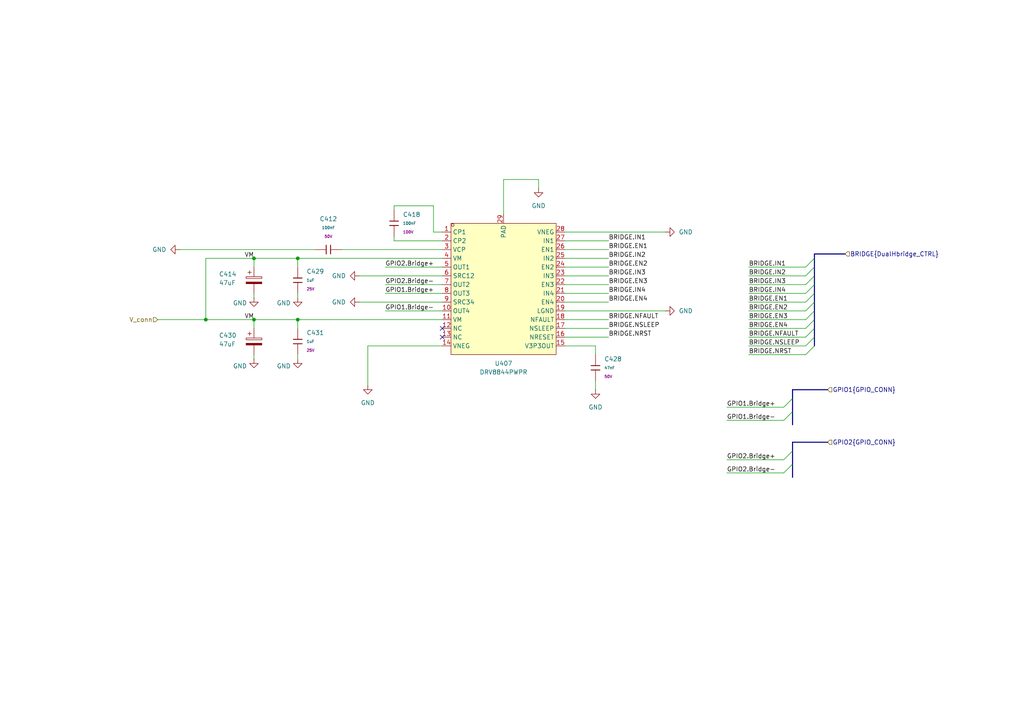
<source format=kicad_sch>
(kicad_sch (version 20250114) (generator "eeschema") (generator_version "9.0")
  (paper "A4")
  (lib_symbols
    (symbol "0402,100nF,(2)_1" (pin_numbers (hide yes)) (pin_names (offset 0))
      (property "Reference" "C" (at 2.032 1.668 0))
      (property "Value" "100nF" (at 2.032 -0.3782 0))
      (property "Voltage Rated" "50V" (at 2.032 -2.0462 0))
      (symbol "0402,100nF,(2)_1_0_1"
        (polyline (pts (xy -1.27 0.635) (xy 1.27 0.635)) (stroke (width 0.254)))
        (polyline (pts (xy -1.27 -0.635) (xy 1.27 -0.635)) (stroke (width 0.254)))
      )
      (symbol "0402,100nF,(2)_1_1_1"
        (pin passive line (at 0 3.81 270) (length 3.175) (name "~") (number "1"))
        (pin passive line (at 0 -3.81 90) (length 3.175) (name "~") (number "2"))
      )
    )
    (symbol "DRV8844:DRV8844PWPR"
      (property "Reference" "U" (at 0 26.67 0))
      (property "Value" "DRV8844PWPR" (at 0 -21.59 0))
      (symbol "DRV8844PWPR_0_1"
        (rectangle (start -15.24 19.05) (end 15.24 -19.05) (fill (type background)))
        (circle (center -14.73 18.54) (radius 0.38))
        (pin unspecified line (at -17.78 16.51 0) (length 2.54) (name "CP1") (number "1"))
        (pin unspecified line (at -17.78 13.97 0) (length 2.54) (name "CP2") (number "2"))
        (pin unspecified line (at -17.78 11.43 0) (length 2.54) (name "VCP") (number "3"))
        (pin unspecified line (at -17.78 8.89 0) (length 2.54) (name "VM") (number "4"))
        (pin unspecified line (at -17.78 6.35 0) (length 2.54) (name "OUT1") (number "5"))
        (pin unspecified line (at -17.78 3.81 0) (length 2.54) (name "SRC12") (number "6"))
        (pin unspecified line (at -17.78 1.27 0) (length 2.54) (name "OUT2") (number "7"))
        (pin unspecified line (at -17.78 -1.27 0) (length 2.54) (name "OUT3") (number "8"))
        (pin unspecified line (at -17.78 -3.81 0) (length 2.54) (name "SRC34") (number "9"))
        (pin unspecified line (at -17.78 -6.35 0) (length 2.54) (name "OUT4") (number "10"))
        (pin unspecified line (at -17.78 -8.89 0) (length 2.54) (name "VM") (number "11"))
        (pin unspecified line (at -17.78 -11.43 0) (length 2.54) (name "NC") (number "12"))
        (pin unspecified line (at -17.78 -13.97 0) (length 2.54) (name "NC") (number "13"))
        (pin unspecified line (at -17.78 -16.51 0) (length 2.54) (name "VNEG") (number "14"))
        (pin unspecified line (at 0 21.59 270) (length 2.54) (name "PAD") (number "29"))
        (pin unspecified line (at 17.78 16.51 180) (length 2.54) (name "VNEG") (number "28"))
        (pin unspecified line (at 17.78 13.97 180) (length 2.54) (name "IN1") (number "27"))
        (pin unspecified line (at 17.78 11.43 180) (length 2.54) (name "EN1") (number "26"))
        (pin unspecified line (at 17.78 8.89 180) (length 2.54) (name "IN2") (number "25"))
        (pin unspecified line (at 17.78 6.35 180) (length 2.54) (name "EN2") (number "24"))
        (pin unspecified line (at 17.78 3.81 180) (length 2.54) (name "IN3") (number "23"))
        (pin unspecified line (at 17.78 1.27 180) (length 2.54) (name "EN3") (number "22"))
        (pin unspecified line (at 17.78 -1.27 180) (length 2.54) (name "IN4") (number "21"))
        (pin unspecified line (at 17.78 -3.81 180) (length 2.54) (name "EN4") (number "20"))
        (pin unspecified line (at 17.78 -6.35 180) (length 2.54) (name "LGND") (number "19"))
        (pin unspecified line (at 17.78 -8.89 180) (length 2.54) (name "NFAULT") (number "18"))
        (pin unspecified line (at 17.78 -11.43 180) (length 2.54) (name "NSLEEP") (number "17"))
        (pin unspecified line (at 17.78 -13.97 180) (length 2.54) (name "NRESET") (number "16"))
        (pin unspecified line (at 17.78 -16.51 180) (length 2.54) (name "V3P3OUT") (number "15"))
      )
    )
    (symbol "Device:C_Polarized" (pin_numbers (hide yes)) (pin_names (offset 0.254))
      (property "Reference" "C" (at 0.635 2.54 0))
      (property "Value" "C_Polarized" (at 0.635 -2.54 0))
      (symbol "C_Polarized_0_1"
        (rectangle (start -2.286 0.508) (end 2.286 1.016))
        (polyline (pts (xy -1.778 2.286) (xy -0.762 2.286)))
        (polyline (pts (xy -1.27 2.794) (xy -1.27 1.778)))
        (rectangle (start 2.286 -0.508) (end -2.286 -1.016) (fill (type outline)))
      )
      (symbol "C_Polarized_1_1"
        (pin passive line (at 0 3.81 270) (length 2.794) (name "~") (number "1"))
        (pin passive line (at 0 -3.81 90) (length 2.794) (name "~") (number "2"))
      )
    )
    (symbol "PCM_JLCPCB-Capacitors:0402,1uF" (pin_numbers (hide yes)) (pin_names (offset 0))
      (property "Reference" "C" (at 2.032 1.668 0))
      (property "Value" "1uF" (at 2.032 -0.3782 0))
      (property "Voltage Rated" "25V" (at 2.032 -2.0462 0))
      (symbol "0402,1uF_0_1"
        (polyline (pts (xy -1.27 0.635) (xy 1.27 0.635)) (stroke (width 0.254)))
        (polyline (pts (xy -1.27 -0.635) (xy 1.27 -0.635)) (stroke (width 0.254)))
      )
      (symbol "0402,1uF_1_1"
        (pin passive line (at 0 3.81 270) (length 3.175) (name "~") (number "1"))
        (pin passive line (at 0 -3.81 90) (length 3.175) (name "~") (number "2"))
      )
    )
    (symbol "PCM_JLCPCB-Capacitors:0603,47nF" (pin_numbers (hide yes)) (pin_names (offset 0))
      (property "Reference" "C" (at 2.032 1.668 0))
      (property "Value" "47nF" (at 2.032 -0.3782 0))
      (property "Voltage Rated" "50V" (at 2.032 -2.0462 0))
      (symbol "0603,47nF_0_1"
        (polyline (pts (xy -1.27 0.635) (xy 1.27 0.635)) (stroke (width 0.254)))
        (polyline (pts (xy -1.27 -0.635) (xy 1.27 -0.635)) (stroke (width 0.254)))
      )
      (symbol "0603,47nF_1_1"
        (pin passive line (at 0 3.81 270) (length 3.175) (name "~") (number "1"))
        (pin passive line (at 0 -3.81 90) (length 3.175) (name "~") (number "2"))
      )
    )
    (symbol "PCM_JLCPCB-Capacitors:0805,100nF" (pin_numbers (hide yes)) (pin_names (offset 0))
      (property "Reference" "C" (at 2.032 1.668 0))
      (property "Value" "100nF" (at 2.032 -0.3782 0))
      (property "Voltage Rated" "100V" (at 2.032 -2.0462 0))
      (symbol "0805,100nF_0_1"
        (polyline (pts (xy -1.27 0.635) (xy 1.27 0.635)) (stroke (width 0.254)))
        (polyline (pts (xy -1.27 -0.635) (xy 1.27 -0.635)) (stroke (width 0.254)))
      )
      (symbol "0805,100nF_1_1"
        (pin passive line (at 0 3.81 270) (length 3.175) (name "~") (number "1"))
        (pin passive line (at 0 -3.81 90) (length 3.175) (name "~") (number "2"))
      )
    )
    (symbol "power:GND" (power) (pin_numbers (hide yes)) (pin_names (offset 0) (hide yes))
      (property "Value" "GND" (at 0 -3.81 0))
      (symbol "GND_0_1"
        (polyline (pts (xy 0 0) (xy 0 -1.27) (xy 1.27 -1.27) (xy 0 -2.54) (xy -1.27 -1.27) (xy 0 -1.27)))
      )
      (symbol "GND_1_1"
        (pin power_in line (at 0 0 270) (length 0) (name "~") (number "1"))
      )
    )
  )
  (junction (at 86.36 92.71))
  (junction (at 86.36 74.93))
  (junction (at 73.66 74.93))
  (junction (at 73.66 92.71))
  (junction (at 59.69 92.71))
  (no_connect (at 128.27 95.25))
  (no_connect (at 128.27 97.79))
  (bus_entry (at 236.22 85.09) (size -2.54 2.54))
  (bus_entry (at 236.22 95.25) (size -2.54 2.54))
  (bus_entry (at 229.87 115.57) (size -2.54 2.54))
  (bus_entry (at 229.87 119.38) (size -2.54 2.54))
  (bus_entry (at 236.22 100.33) (size -2.54 2.54))
  (bus_entry (at 229.87 130.81) (size -2.54 2.54))
  (bus_entry (at 236.22 92.71) (size -2.54 2.54))
  (bus_entry (at 236.22 80.01) (size -2.54 2.54))
  (bus_entry (at 236.22 97.79) (size -2.54 2.54))
  (bus_entry (at 236.22 87.63) (size -2.54 2.54))
  (bus_entry (at 229.87 134.62) (size -2.54 2.54))
  (bus_entry (at 236.22 82.55) (size -2.54 2.54))
  (bus_entry (at 236.22 77.47) (size -2.54 2.54))
  (bus_entry (at 236.22 90.17) (size -2.54 2.54))
  (bus_entry (at 236.22 74.93) (size -2.54 2.54))
  (wire (pts (xy 217.17 102.87) (xy 233.68 102.87)))
  (bus (pts (xy 229.87 128.27) (xy 229.87 130.81)))
  (wire (pts (xy 86.36 92.71) (xy 128.27 92.71)))
  (wire (pts (xy 217.17 80.01) (xy 233.68 80.01)))
  (wire (pts (xy 217.17 82.55) (xy 233.68 82.55)))
  (bus (pts (xy 236.22 87.63) (xy 236.22 90.17)))
  (bus (pts (xy 236.22 92.71) (xy 236.22 95.25)))
  (wire (pts (xy 86.36 74.93) (xy 128.27 74.93)))
  (bus (pts (xy 236.22 82.55) (xy 236.22 85.09)))
  (wire (pts (xy 163.83 90.17) (xy 193.04 90.17)))
  (wire (pts (xy 128.27 67.31) (xy 125.73 67.31)))
  (wire (pts (xy 217.17 90.17) (xy 233.68 90.17)))
  (wire (pts (xy 128.27 90.17) (xy 111.76 90.17)))
  (bus (pts (xy 229.87 134.62) (xy 229.87 138.43)))
  (bus (pts (xy 240.03 113.03) (xy 229.87 113.03)))
  (wire (pts (xy 163.83 95.25) (xy 176.53 95.25)))
  (bus (pts (xy 229.87 130.81) (xy 229.87 134.62)))
  (wire (pts (xy 86.36 102.87) (xy 86.36 104.14)))
  (wire (pts (xy 146.05 52.07) (xy 146.05 62.23)))
  (wire (pts (xy 128.27 69.85) (xy 114.3 69.85)))
  (bus (pts (xy 236.22 95.25) (xy 236.22 97.79)))
  (wire (pts (xy 86.36 92.71) (xy 86.36 95.25)))
  (wire (pts (xy 217.17 100.33) (xy 233.68 100.33)))
  (wire (pts (xy 156.21 52.07) (xy 156.21 54.61)))
  (bus (pts (xy 236.22 85.09) (xy 236.22 87.63)))
  (wire (pts (xy 111.76 82.55) (xy 128.27 82.55)))
  (wire (pts (xy 163.83 80.01) (xy 176.53 80.01)))
  (wire (pts (xy 73.66 77.47) (xy 73.66 74.93)))
  (bus (pts (xy 236.22 77.47) (xy 236.22 80.01)))
  (bus (pts (xy 236.22 74.93) (xy 236.22 77.47)))
  (wire (pts (xy 99.06 72.39) (xy 128.27 72.39)))
  (wire (pts (xy 210.82 133.35) (xy 227.33 133.35)))
  (wire (pts (xy 217.17 85.09) (xy 233.68 85.09)))
  (wire (pts (xy 172.72 113.03) (xy 172.72 110.49)))
  (wire (pts (xy 172.72 102.87) (xy 172.72 100.33)))
  (wire (pts (xy 193.04 67.31) (xy 163.83 67.31)))
  (wire (pts (xy 59.69 92.71) (xy 73.66 92.71)))
  (wire (pts (xy 104.14 80.01) (xy 128.27 80.01)))
  (wire (pts (xy 114.3 69.85) (xy 114.3 68.58)))
  (bus (pts (xy 236.22 97.79) (xy 236.22 100.33)))
  (wire (pts (xy 86.36 74.93) (xy 86.36 77.47)))
  (wire (pts (xy 104.14 87.63) (xy 128.27 87.63)))
  (wire (pts (xy 73.66 95.25) (xy 73.66 92.71)))
  (bus (pts (xy 236.22 73.66) (xy 236.22 74.93)))
  (wire (pts (xy 73.66 102.87) (xy 73.66 104.14)))
  (wire (pts (xy 106.68 100.33) (xy 128.27 100.33)))
  (wire (pts (xy 163.83 85.09) (xy 176.53 85.09)))
  (wire (pts (xy 172.72 100.33) (xy 163.83 100.33)))
  (wire (pts (xy 217.17 77.47) (xy 233.68 77.47)))
  (bus (pts (xy 229.87 113.03) (xy 229.87 115.57)))
  (wire (pts (xy 163.83 77.47) (xy 176.53 77.47)))
  (wire (pts (xy 73.66 85.09) (xy 73.66 86.36)))
  (wire (pts (xy 111.76 77.47) (xy 128.27 77.47)))
  (wire (pts (xy 52.07 72.39) (xy 91.44 72.39)))
  (wire (pts (xy 163.83 74.93) (xy 176.53 74.93)))
  (wire (pts (xy 73.66 92.71) (xy 86.36 92.71)))
  (wire (pts (xy 217.17 92.71) (xy 233.68 92.71)))
  (bus (pts (xy 240.03 128.27) (xy 229.87 128.27)))
  (wire (pts (xy 45.72 92.71) (xy 59.69 92.71)))
  (wire (pts (xy 59.69 74.93) (xy 59.69 92.71)))
  (wire (pts (xy 106.68 111.76) (xy 106.68 100.33)))
  (bus (pts (xy 236.22 80.01) (xy 236.22 82.55)))
  (wire (pts (xy 163.83 92.71) (xy 176.53 92.71)))
  (wire (pts (xy 125.73 67.31) (xy 125.73 59.69)))
  (wire (pts (xy 114.3 59.69) (xy 114.3 60.96)))
  (wire (pts (xy 156.21 52.07) (xy 146.05 52.07)))
  (wire (pts (xy 217.17 87.63) (xy 233.68 87.63)))
  (wire (pts (xy 163.83 69.85) (xy 176.53 69.85)))
  (wire (pts (xy 163.83 97.79) (xy 176.53 97.79)))
  (wire (pts (xy 73.66 74.93) (xy 59.69 74.93)))
  (bus (pts (xy 236.22 90.17) (xy 236.22 92.71)))
  (bus (pts (xy 245.11 73.66) (xy 236.22 73.66)))
  (wire (pts (xy 163.83 72.39) (xy 176.53 72.39)))
  (wire (pts (xy 210.82 137.16) (xy 227.33 137.16)))
  (wire (pts (xy 210.82 121.92) (xy 227.33 121.92)))
  (wire (pts (xy 86.36 85.09) (xy 86.36 86.36)))
  (wire (pts (xy 128.27 85.09) (xy 111.76 85.09)))
  (bus (pts (xy 229.87 115.57) (xy 229.87 119.38)))
  (wire (pts (xy 163.83 87.63) (xy 176.53 87.63)))
  (wire (pts (xy 217.17 95.25) (xy 233.68 95.25)))
  (wire (pts (xy 217.17 97.79) (xy 233.68 97.79)))
  (wire (pts (xy 73.66 74.93) (xy 86.36 74.93)))
  (wire (pts (xy 210.82 118.11) (xy 227.33 118.11)))
  (wire (pts (xy 163.83 82.55) (xy 176.53 82.55)))
  (wire (pts (xy 125.73 59.69) (xy 114.3 59.69)))
  (bus (pts (xy 229.87 119.38) (xy 229.87 123.19)))
  (label "BRIDGE.NSLEEP" (at 176.53 95.25 0))
  (label "BRIDGE.IN3" (at 217.17 82.55 0))
  (label "BRIDGE.EN3" (at 217.17 92.71 0))
  (label "BRIDGE.NRST" (at 176.53 97.79 0))
  (label "BRIDGE.EN1" (at 176.53 72.39 0))
  (label "GPIO1.Bridge+" (at 111.76 85.09 0))
  (label "BRIDGE.EN2" (at 176.53 77.47 0))
  (label "BRIDGE.NRST" (at 217.17 102.87 0))
  (label "GPIO1.Bridge-" (at 210.82 121.92 0))
  (label "BRIDGE.IN2" (at 217.17 80.01 0))
  (label "BRIDGE.EN3" (at 176.53 82.55 0))
  (label "VM" (at 73.66 74.93 180))
  (label "GPIO2.Bridge+" (at 210.82 133.35 0))
  (label "BRIDGE.IN3" (at 176.53 80.01 0))
  (label "BRIDGE.IN4" (at 217.17 85.09 0))
  (label "GPIO2.Bridge-" (at 111.76 82.55 0))
  (label "GPIO2.Bridge-" (at 210.82 137.16 0))
  (label "VM" (at 73.66 92.71 180))
  (label "BRIDGE.EN4" (at 217.17 95.25 0))
  (label "BRIDGE.EN2" (at 217.17 90.17 0))
  (label "BRIDGE.EN4" (at 176.53 87.63 0))
  (label "BRIDGE.IN4" (at 176.53 85.09 0))
  (label "BRIDGE.NSLEEP" (at 217.17 100.33 0))
  (label "BRIDGE.EN1" (at 217.17 87.63 0))
  (label "GPIO1.Bridge+" (at 210.82 118.11 0))
  (label "GPIO1.Bridge-" (at 111.76 90.17 0))
  (label "BRIDGE.NFAULT" (at 176.53 92.71 0))
  (label "BRIDGE.IN2" (at 176.53 74.93 0))
  (label "GPIO2.Bridge+" (at 111.76 77.47 0))
  (label "BRIDGE.IN1" (at 217.17 77.47 0))
  (label "BRIDGE.IN1" (at 176.53 69.85 0))
  (label "BRIDGE.NFAULT" (at 217.17 97.79 0))
  (hierarchical_label "V_conn" (shape input) (at 45.72 92.71 180))
  (hierarchical_label "BRIDGE{DualHbridge_CTRL}" (shape input) (at 245.11 73.66 0))
  (hierarchical_label "GPIO2{GPIO_CONN}" (shape input) (at 240.03 128.27 0))
  (hierarchical_label "GPIO1{GPIO_CONN}" (shape input) (at 240.03 113.03 0))
  (symbol (lib_id "PCM_JLCPCB-Capacitors:0805,100nF") (at 114.3 64.77 180) (unit 1)
    (property "Reference" "C417" (at 116.84 62.2299 0) (effects (justify right)))
    (property "Value" "100nF" (at 116.84 64.77 0) (effects (font (size 0.8 0.8)) (justify right)))
    (property "Footprint" "PCM_JLCPCB:C_0805" (effects (hide yes)))
    (property "Datasheet" "https://www.lcsc.com/datasheet/lcsc_datasheet_2304140030_Samsung-Electro-Mechanics-CL21B104KCFNNNE_C28233.pdf" (effects (hide yes)))
    (property "Description" "100V 100nF X7R ±10% 0805 Multilayer Ceramic Capacitors MLCC - SMD/SMT ROHS" (effects (hide yes)))
    (property "LCSC" "C28233" (effects (hide yes)))
    (property "Stock" "2248276" (effects (hide yes)))
    (property "Price" "0.009USD" (effects (hide yes)))
    (property "Process" "SMT" (effects (hide yes)))
    (property "Minimum Qty" "20" (effects (hide yes)))
    (property "Attrition Qty" "10" (effects (hide yes)))
    (property "Class" "Basic Component" (effects (hide yes)))
    (property "Category" "Capacitors,Multilayer Ceramic Capacitors MLCC - SMD/SMT" (effects (hide yes)))
    (property "Manufacturer" "Samsung Electro-Mechanics" (effects (hide yes)))
    (property "Part" "CL21B104KCFNNNE" (effects (hide yes)))
    (property "Voltage Rated" "100V" (at 116.84 67.31 0) (effects (font (size 0.8 0.8)) (justify right)))
    (property "Tolerance" "±10%" (effects (hide yes)))
    (property "Capacitance" "100nF" (effects (hide yes)))
    (property "Temperature Coefficient" "X7R" (effects (hide yes)))
    (instances (project "base-module" (path "" (reference "C418") (unit 1)) (path "" (reference "C417") (unit 1))))
  )
  (symbol (lib_name "0402,100nF,(2)_1") (lib_id "PCM_JLCPCB-Capacitors:0402,100nF,(2)") (at 95.25 72.39 90) (unit 1)
    (property "Reference" "C413" (at 95.25 63.5 90))
    (property "Value" "100nF" (at 95.25 66.04 90) (effects (font (size 0.8 0.8))))
    (property "Footprint" "PCM_JLCPCB:C_0402" (effects (hide yes)))
    (property "Datasheet" "https://www.lcsc.com/datasheet/lcsc_datasheet_2304140030_Samsung-Electro-Mechanics-CL05B104KB54PNC_C307331.pdf" (effects (hide yes)))
    (property "Description" "50V 100nF X7R ±10% 0402 Multilayer Ceramic Capacitors MLCC - SMD/SMT ROHS" (effects (hide yes)))
    (property "LCSC" "C307331" (effects (hide yes)))
    (property "Stock" "5475927" (effects (hide yes)))
    (property "Price" "0.008USD" (effects (hide yes)))
    (property "Process" "SMT" (effects (hide yes)))
    (property "Minimum Qty" "20" (effects (hide yes)))
    (property "Attrition Qty" "10" (effects (hide yes)))
    (property "Class" "Basic Component" (effects (hide yes)))
    (property "Category" "Capacitors,Multilayer Ceramic Capacitors MLCC - SMD/SMT" (effects (hide yes)))
    (property "Manufacturer" "Samsung Electro-Mechanics" (effects (hide yes)))
    (property "Part" "CL05B104KB54PNC" (effects (hide yes)))
    (property "Voltage Rated" "50V" (at 95.25 68.58 90) (effects (font (size 0.8 0.8))))
    (property "Tolerance" "±10%" (effects (hide yes)))
    (property "Capacitance" "100nF" (effects (hide yes)))
    (property "Temperature Coefficient" "X7R" (effects (hide yes)))
    (instances (project "base-module" (path "" (reference "C412") (unit 1)) (path "" (reference "C413") (unit 1))))
  )
  (symbol (lib_id "Device:C_Polarized") (at 73.66 99.06 0) (unit 1)
    (property "Reference" "C408" (at 63.5 97.282 0) (effects (justify left)))
    (property "Value" "47uF" (at 63.5 99.822 0) (effects (justify left)))
    (property "Footprint" "Capacitor_SMD:CP_Elec_8x10.5" (effects (hide yes)))
    (property "Description" "Polarized capacitor" (effects (hide yes)))
    (instances (project "base-module" (path "" (reference "C430") (unit 1)) (path "" (reference "C408") (unit 1))))
  )
  (symbol (lib_id "power:GND") (at 52.07 72.39 270) (mirror x) (unit 1)
    (property "Reference" "#PWR0470" (effects (hide yes)))
    (property "Value" "GND" (at 48.26 72.3899 90) (effects (justify right)))
    (property "Description" "Power symbol creates a global label with name \"GND\" , ground" (effects (hide yes)))
    (instances (project "base-module" (path "" (reference "#PWR0483") (unit 1)) (path "" (reference "#PWR0470") (unit 1))))
  )
  (symbol (lib_id "power:GND") (at 104.14 87.63 270) (unit 1)
    (property "Reference" "#PWR0480" (effects (hide yes)))
    (property "Value" "GND" (at 100.33 87.6299 90) (effects (justify right)))
    (property "Description" "Power symbol creates a global label with name \"GND\" , ground" (effects (hide yes)))
    (instances (project "base-module" (path "" (reference "#PWR0487") (unit 1)) (path "" (reference "#PWR0480") (unit 1))))
  )
  (symbol (lib_id "power:GND") (at 86.36 104.14 0) (unit 1)
    (property "Reference" "#PWR0476" (effects (hide yes)))
    (property "Value" "GND" (at 82.296 106.172 0))
    (property "Description" "Power symbol creates a global label with name \"GND\" , ground" (effects (hide yes)))
    (instances (project "base-module" (path "" (reference "#PWR0495") (unit 1)) (path "" (reference "#PWR0476") (unit 1))))
  )
  (symbol (lib_id "power:GND") (at 172.72 113.03 0) (mirror y) (unit 1)
    (property "Reference" "#PWR0486" (effects (hide yes)))
    (property "Value" "GND" (at 172.72 118.11 0))
    (property "Description" "Power symbol creates a global label with name \"GND\" , ground" (effects (hide yes)))
    (instances (project "base-module" (path "" (reference "#PWR0481") (unit 1)) (path "" (reference "#PWR0486") (unit 1))))
  )
  (symbol (lib_id "power:GND") (at 104.14 80.01 270) (unit 1)
    (property "Reference" "#PWR0478" (effects (hide yes)))
    (property "Value" "GND" (at 100.33 80.0099 90) (effects (justify right)))
    (property "Description" "Power symbol creates a global label with name \"GND\" , ground" (effects (hide yes)))
    (instances (project "base-module" (path "" (reference "#PWR0489") (unit 1)) (path "" (reference "#PWR0478") (unit 1))))
  )
  (symbol (lib_id "power:GND") (at 106.68 111.76 0) (mirror y) (unit 1)
    (property "Reference" "#PWR0482" (effects (hide yes)))
    (property "Value" "GND" (at 106.68 116.84 0))
    (property "Description" "Power symbol creates a global label with name \"GND\" , ground" (effects (hide yes)))
    (instances (project "base-module" (path "" (reference "#PWR0479") (unit 1)) (path "" (reference "#PWR0482") (unit 1))))
  )
  (symbol (lib_id "power:GND") (at 73.66 104.14 0) (unit 1)
    (property "Reference" "#PWR0472" (effects (hide yes)))
    (property "Value" "GND" (at 69.596 106.172 0))
    (property "Description" "Power symbol creates a global label with name \"GND\" , ground" (effects (hide yes)))
    (instances (project "base-module" (path "" (reference "#PWR0494") (unit 1)) (path "" (reference "#PWR0472") (unit 1))))
  )
  (symbol (lib_id "DRV8844:DRV8844PWPR") (at 146.05 83.82 0) (unit 1)
    (property "Reference" "U403" (at 146.05 105.41 0))
    (property "Value" "DRV8844PWPR" (at 146.05 107.95 0))
    (property "Footprint" "Package_SO:HTSSOP-28-1EP_4.4x9.7mm_P0.65mm_EP2.75x6.2mm_ThermalVias" (effects (hide yes)))
    (property "Datasheet" "https://lcsc.com/product-detail/Motor-Drivers_TI_DRV8844PWPR_DRV8844PWPR_C177807.html" (effects (hide yes)))
    (property "LCSC Part" "C177807" (effects (hide yes)))
    (instances (project "base-module" (path "" (reference "U407") (unit 1)) (path "" (reference "U403") (unit 1))))
  )
  (symbol (lib_id "PCM_JLCPCB-Capacitors:0402,1uF") (at 86.36 81.28 0) (unit 1)
    (property "Reference" "C409" (at 88.9 78.7399 0) (effects (justify left)))
    (property "Value" "1uF" (at 88.9 81.28 0) (effects (font (size 0.8 0.8)) (justify left)))
    (property "Footprint" "PCM_JLCPCB:C_0402" (effects (hide yes)))
    (property "Datasheet" "https://www.lcsc.com/datasheet/lcsc_datasheet_2304140030_Samsung-Electro-Mechanics-CL05A105KA5NQNC_C52923.pdf" (effects (hide yes)))
    (property "Description" "25V 1uF X5R ±10% 0402 Multilayer Ceramic Capacitors MLCC - SMD/SMT ROHS" (effects (hide yes)))
    (property "LCSC" "C52923" (effects (hide yes)))
    (property "Stock" "5114772" (effects (hide yes)))
    (property "Price" "0.006USD" (effects (hide yes)))
    (property "Process" "SMT" (effects (hide yes)))
    (property "Minimum Qty" "20" (effects (hide yes)))
    (property "Attrition Qty" "10" (effects (hide yes)))
    (property "Class" "Basic Component" (effects (hide yes)))
    (property "Category" "Capacitors,Multilayer Ceramic Capacitors MLCC - SMD/SMT" (effects (hide yes)))
    (property "Manufacturer" "Samsung Electro-Mechanics" (effects (hide yes)))
    (property "Part" "CL05A105KA5NQNC" (effects (hide yes)))
    (property "Voltage Rated" "25V" (at 88.9 83.82 0) (effects (font (size 0.8 0.8)) (justify left)))
    (property "Tolerance" "±10%" (effects (hide yes)))
    (property "Capacitance" "1uF" (effects (hide yes)))
    (property "Temperature Coefficient" "X5R" (effects (hide yes)))
    (instances (project "base-module" (path "" (reference "C429") (unit 1)) (path "" (reference "C409") (unit 1))))
  )
  (symbol (lib_id "power:GND") (at 86.36 86.36 0) (unit 1)
    (property "Reference" "#PWR0473" (effects (hide yes)))
    (property "Value" "GND" (at 82.296 87.884 0))
    (property "Description" "Power symbol creates a global label with name \"GND\" , ground" (effects (hide yes)))
    (instances (project "base-module" (path "" (reference "#PWR0475") (unit 1)) (path "" (reference "#PWR0473") (unit 1))))
  )
  (symbol (lib_id "power:GND") (at 73.66 86.36 0) (unit 1)
    (property "Reference" "#PWR0471" (effects (hide yes)))
    (property "Value" "GND" (at 69.596 87.884 0))
    (property "Description" "Power symbol creates a global label with name \"GND\" , ground" (effects (hide yes)))
    (instances (project "base-module" (path "" (reference "#PWR0474") (unit 1)) (path "" (reference "#PWR0471") (unit 1))))
  )
  (symbol (lib_id "Device:C_Polarized") (at 73.66 81.28 0) (unit 1)
    (property "Reference" "C407" (at 63.5 79.502 0) (effects (justify left)))
    (property "Value" "47uF" (at 63.5 82.042 0) (effects (justify left)))
    (property "Footprint" "Capacitor_SMD:CP_Elec_8x10.5" (effects (hide yes)))
    (property "Description" "Polarized capacitor" (effects (hide yes)))
    (instances (project "base-module" (path "" (reference "C414") (unit 1)) (path "" (reference "C407") (unit 1))))
  )
  (symbol (lib_id "PCM_JLCPCB-Capacitors:0402,1uF") (at 86.36 99.06 0) (unit 1)
    (property "Reference" "C411" (at 88.9 96.5199 0) (effects (justify left)))
    (property "Value" "1uF" (at 88.9 99.06 0) (effects (font (size 0.8 0.8)) (justify left)))
    (property "Footprint" "PCM_JLCPCB:C_0402" (effects (hide yes)))
    (property "Datasheet" "https://www.lcsc.com/datasheet/lcsc_datasheet_2304140030_Samsung-Electro-Mechanics-CL05A105KA5NQNC_C52923.pdf" (effects (hide yes)))
    (property "Description" "25V 1uF X5R ±10% 0402 Multilayer Ceramic Capacitors MLCC - SMD/SMT ROHS" (effects (hide yes)))
    (property "LCSC" "C52923" (effects (hide yes)))
    (property "Stock" "5114772" (effects (hide yes)))
    (property "Price" "0.006USD" (effects (hide yes)))
    (property "Process" "SMT" (effects (hide yes)))
    (property "Minimum Qty" "20" (effects (hide yes)))
    (property "Attrition Qty" "10" (effects (hide yes)))
    (property "Class" "Basic Component" (effects (hide yes)))
    (property "Category" "Capacitors,Multilayer Ceramic Capacitors MLCC - SMD/SMT" (effects (hide yes)))
    (property "Manufacturer" "Samsung Electro-Mechanics" (effects (hide yes)))
    (property "Part" "CL05A105KA5NQNC" (effects (hide yes)))
    (property "Voltage Rated" "25V" (at 88.9 101.6 0) (effects (font (size 0.8 0.8)) (justify left)))
    (property "Tolerance" "±10%" (effects (hide yes)))
    (property "Capacitance" "1uF" (effects (hide yes)))
    (property "Temperature Coefficient" "X5R" (effects (hide yes)))
    (instances (project "base-module" (path "" (reference "C431") (unit 1)) (path "" (reference "C411") (unit 1))))
  )
  (symbol (lib_id "PCM_JLCPCB-Capacitors:0603,47nF") (at 172.72 106.68 0) (unit 1)
    (property "Reference" "C419" (at 175.26 104.1399 0) (effects (justify left)))
    (property "Value" "47nF" (at 175.26 106.68 0) (effects (font (size 0.8 0.8)) (justify left)))
    (property "Footprint" "PCM_JLCPCB:C_0603" (effects (hide yes)))
    (property "Datasheet" "https://www.lcsc.com/datasheet/lcsc_datasheet_2304140030_Samsung-Electro-Mechanics-CL10B473KB8NNNC_C1622.pdf" (effects (hide yes)))
    (property "Description" "50V 47nF X7R ±10% 0603 Multilayer Ceramic Capacitors MLCC - SMD/SMT ROHS" (effects (hide yes)))
    (property "LCSC" "C1622" (effects (hide yes)))
    (property "Stock" "673983" (effects (hide yes)))
    (property "Price" "0.008USD" (effects (hide yes)))
    (property "Process" "SMT" (effects (hide yes)))
    (property "Minimum Qty" "20" (effects (hide yes)))
    (property "Attrition Qty" "10" (effects (hide yes)))
    (property "Class" "Basic Component" (effects (hide yes)))
    (property "Category" "Capacitors,Multilayer Ceramic Capacitors MLCC - SMD/SMT" (effects (hide yes)))
    (property "Manufacturer" "Samsung Electro-Mechanics" (effects (hide yes)))
    (property "Part" "CL10B473KB8NNNC" (effects (hide yes)))
    (property "Voltage Rated" "50V" (at 175.26 109.22 0) (effects (font (size 0.8 0.8)) (justify left)))
    (property "Tolerance" "±10%" (effects (hide yes)))
    (property "Capacitance" "47nF" (effects (hide yes)))
    (property "Temperature Coefficient" "X7R" (effects (hide yes)))
    (instances (project "base-module" (path "" (reference "C428") (unit 1)) (path "" (reference "C419") (unit 1))))
  )
  (symbol (lib_id "power:GND") (at 193.04 67.31 90) (unit 1)
    (property "Reference" "#PWR0488" (effects (hide yes)))
    (property "Value" "GND" (at 196.85 67.3099 90) (effects (justify right)))
    (property "Description" "Power symbol creates a global label with name \"GND\" , ground" (effects (hide yes)))
    (instances (project "base-module" (path "" (reference "#PWR0477") (unit 1)) (path "" (reference "#PWR0488") (unit 1))))
  )
  (symbol (lib_id "power:GND") (at 156.21 54.61 0) (mirror y) (unit 1)
    (property "Reference" "#PWR0484" (effects (hide yes)))
    (property "Value" "GND" (at 156.21 59.69 0))
    (property "Description" "Power symbol creates a global label with name \"GND\" , ground" (effects (hide yes)))
    (instances (project "base-module" (path "" (reference "#PWR0485") (unit 1)) (path "" (reference "#PWR0484") (unit 1))))
  )
  (symbol (lib_id "power:GND") (at 193.04 90.17 90) (mirror x) (unit 1)
    (property "Reference" "#PWR0490" (effects (hide yes)))
    (property "Value" "GND" (at 196.85 90.1699 90) (effects (justify right)))
    (property "Description" "Power symbol creates a global label with name \"GND\" , ground" (effects (hide yes)))
    (instances (project "base-module" (path "" (reference "#PWR0491") (unit 1)) (path "" (reference "#PWR0490") (unit 1))))
  )
)
</source>
